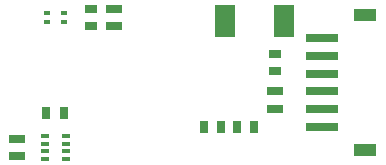
<source format=gbr>
%TF.GenerationSoftware,KiCad,Pcbnew,8.0.3*%
%TF.CreationDate,2024-07-01T09:22:30+07:00*%
%TF.ProjectId,WeatherStation,57656174-6865-4725-9374-6174696f6e2e,rev?*%
%TF.SameCoordinates,Original*%
%TF.FileFunction,Paste,Top*%
%TF.FilePolarity,Positive*%
%FSLAX46Y46*%
G04 Gerber Fmt 4.6, Leading zero omitted, Abs format (unit mm)*
G04 Created by KiCad (PCBNEW 8.0.3) date 2024-07-01 09:22:30*
%MOMM*%
%LPD*%
G01*
G04 APERTURE LIST*
%ADD10R,0.650000X1.000000*%
%ADD11R,0.500000X0.300000*%
%ADD12R,1.400000X0.800000*%
%ADD13R,1.800000X2.700000*%
%ADD14R,1.000000X0.650000*%
%ADD15R,2.700000X0.700000*%
%ADD16R,1.900000X1.100000*%
%ADD17R,0.700000X0.350000*%
G04 APERTURE END LIST*
D10*
%TO.C,C69*%
X213475001Y-117900001D03*
X214925001Y-117900001D03*
%TD*%
D11*
%TO.C,U12*%
X200175000Y-108200001D03*
X200175000Y-109000001D03*
X201575000Y-109000001D03*
X201575000Y-108200001D03*
%TD*%
D12*
%TO.C,C63*%
X219475002Y-114850000D03*
X219475002Y-116350000D03*
%TD*%
D13*
%TO.C,C65*%
X220275002Y-108900000D03*
X215275002Y-108900000D03*
%TD*%
D14*
%TO.C,C66*%
X203875000Y-109324999D03*
X203875000Y-107875001D03*
%TD*%
D10*
%TO.C,R36*%
X216250001Y-117900001D03*
X217700001Y-117900001D03*
%TD*%
D15*
%TO.C,U11*%
X223425002Y-110350000D03*
X223425002Y-111850000D03*
X223425002Y-113350000D03*
X223425002Y-114850000D03*
X223425002Y-116350000D03*
X223425002Y-117850000D03*
D16*
X227125002Y-119800000D03*
X227125002Y-108400000D03*
%TD*%
D12*
%TO.C,C67*%
X205875000Y-109350000D03*
X205875000Y-107850000D03*
%TD*%
D17*
%TO.C,U14*%
X201750000Y-118625000D03*
X201750000Y-119275001D03*
X201750000Y-119925001D03*
X201750000Y-120575002D03*
X200000000Y-120575002D03*
X200000000Y-119925001D03*
X200000000Y-119275001D03*
X200000000Y-118625000D03*
%TD*%
D10*
%TO.C,C74*%
X200125001Y-116700001D03*
X201574999Y-116700001D03*
%TD*%
D12*
%TO.C,C75*%
X197675000Y-118850001D03*
X197675000Y-120350001D03*
%TD*%
D14*
%TO.C,R33*%
X219475002Y-113124999D03*
X219475002Y-111675001D03*
%TD*%
M02*

</source>
